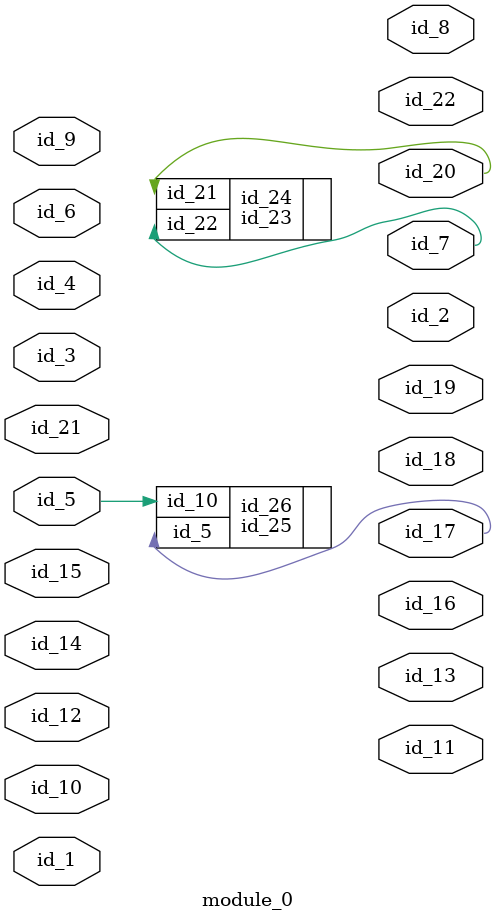
<source format=v>
`timescale 1ps / 1ps
module module_0 (
    id_1,
    id_2,
    id_3,
    id_4,
    id_5,
    id_6,
    id_7,
    id_8,
    id_9,
    id_10,
    id_11,
    id_12,
    id_13,
    id_14,
    id_15,
    id_16,
    id_17,
    id_18,
    id_19,
    id_20,
    id_21,
    id_22
);
  output id_22;
  input id_21;
  output id_20;
  output id_19;
  output id_18;
  output id_17;
  output id_16;
  input id_15;
  input id_14;
  output id_13;
  input id_12;
  output id_11;
  input id_10;
  input id_9;
  output id_8;
  output id_7;
  input id_6;
  input id_5;
  input id_4;
  input id_3;
  output id_2;
  input id_1;
  id_23 id_24 (
      .id_21(id_20),
      .id_22(id_7)
  );
  id_25 id_26 (
      .id_10(id_5),
      .id_5 (id_17)
  );
endmodule

</source>
